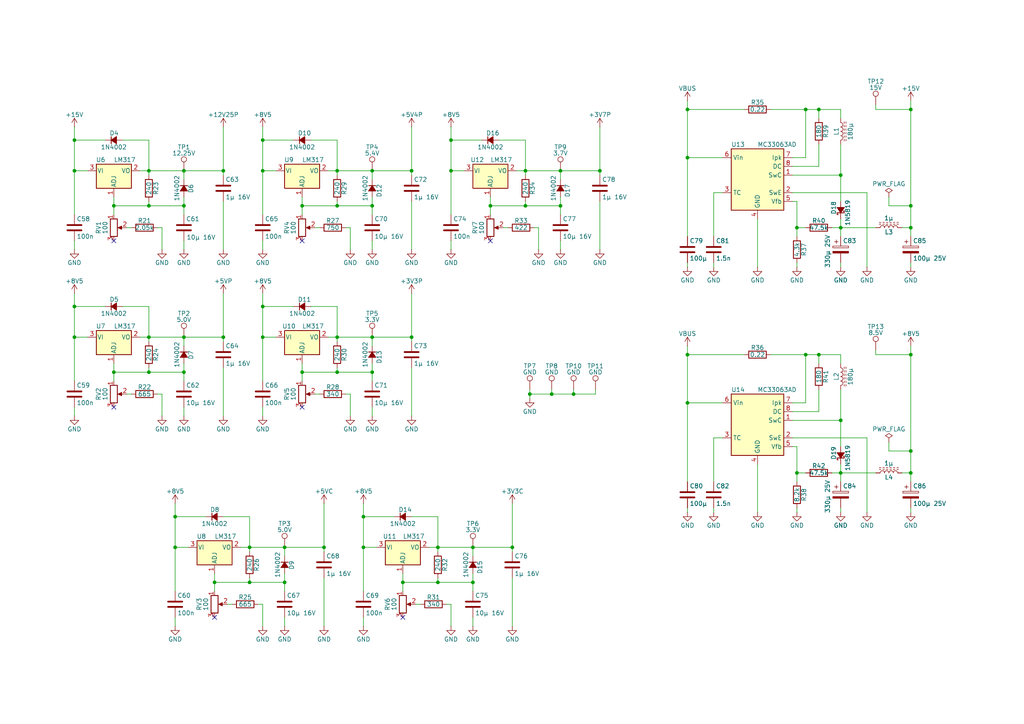
<source format=kicad_sch>
(kicad_sch (version 20231120) (generator "eeschema") (generator_version "8.0")
  (paper "A4")
  (title_block (title "XC17xxx PROM Programmer") (date "2025-01-30") (rev "3") (company "CC-BY-SA-4.0 Michael Singer") (comment 1 "https://github.com/msinger/xc17_prom_prog/") (comment 2 "http://iceboy.a-singer.de/"))
  (junction (at 53.34 97.79))
  (junction (at 142.24 59.69))
  (junction (at 130.81 40.64))
  (junction (at 64.77 97.79))
  (junction (at 199.39 45.72))
  (junction (at 243.84 137.16))
  (junction (at 97.79 107.95))
  (junction (at 76.2 88.9))
  (junction (at 243.84 121.92))
  (junction (at 199.39 31.75))
  (junction (at 233.68 31.75))
  (junction (at 243.84 50.8))
  (junction (at 50.8 149.86))
  (junction (at 127 158.75))
  (junction (at 153.67 114.3))
  (junction (at 76.2 97.79))
  (junction (at 237.49 31.75))
  (junction (at 107.95 59.69))
  (junction (at 107.95 107.95))
  (junction (at 87.63 59.69))
  (junction (at 21.59 49.53))
  (junction (at 62.23 168.91))
  (junction (at 76.2 40.64))
  (junction (at 76.2 49.53))
  (junction (at 21.59 40.64))
  (junction (at 33.02 107.95))
  (junction (at 264.16 130.81))
  (junction (at 72.39 158.75))
  (junction (at 264.16 137.16))
  (junction (at 137.16 168.91))
  (junction (at 21.59 97.79))
  (junction (at 50.8 158.75))
  (junction (at 87.63 107.95))
  (junction (at 148.59 158.75))
  (junction (at 82.55 158.75))
  (junction (at 53.34 59.69))
  (junction (at 97.79 59.69))
  (junction (at 93.98 158.75))
  (junction (at 264.16 59.69))
  (junction (at 160.02 114.3))
  (junction (at 162.56 59.69))
  (junction (at 264.16 102.87))
  (junction (at 21.59 88.9))
  (junction (at 137.16 158.75))
  (junction (at 119.38 97.79))
  (junction (at 43.18 97.79))
  (junction (at 199.39 116.84))
  (junction (at 116.84 168.91))
  (junction (at 243.84 66.04))
  (junction (at 43.18 107.95))
  (junction (at 264.16 31.75))
  (junction (at 166.37 114.3))
  (junction (at 107.95 97.79))
  (junction (at 97.79 97.79))
  (junction (at 130.81 49.53))
  (junction (at 53.34 49.53))
  (junction (at 43.18 49.53))
  (junction (at 237.49 102.87))
  (junction (at 231.14 137.16))
  (junction (at 199.39 102.87))
  (junction (at 152.4 59.69))
  (junction (at 119.38 49.53))
  (junction (at 233.68 102.87))
  (junction (at 107.95 49.53))
  (junction (at 173.99 49.53))
  (junction (at 82.55 168.91))
  (junction (at 43.18 59.69))
  (junction (at 162.56 49.53))
  (junction (at 105.41 149.86))
  (junction (at 127 168.91))
  (junction (at 72.39 168.91))
  (junction (at 33.02 59.69))
  (junction (at 231.14 66.04))
  (junction (at 53.34 107.95))
  (junction (at 105.41 158.75))
  (junction (at 97.79 49.53))
  (junction (at 64.77 49.53))
  (junction (at 264.16 66.04))
  (junction (at 152.4 49.53))
  (no_connect (at 33.02 69.85))
  (no_connect (at 142.24 69.85))
  (no_connect (at 87.63 118.11))
  (no_connect (at 116.84 179.07))
  (no_connect (at 87.63 69.85))
  (no_connect (at 62.23 179.07))
  (no_connect (at 33.02 118.11))
  (wire (pts (xy 152.4 49.53) (xy 162.56 49.53)))
  (wire (pts (xy 237.49 31.75) (xy 237.49 34.29)))
  (wire (pts (xy 97.79 49.53) (xy 107.95 49.53)))
  (wire (pts (xy 231.14 137.16) (xy 231.14 139.7)))
  (wire (pts (xy 101.6 114.3) (xy 100.33 114.3)))
  (wire (pts (xy 107.95 105.41) (xy 107.95 107.95)))
  (wire (pts (xy 172.72 114.3) (xy 166.37 114.3)))
  (wire (pts (xy 30.48 88.9) (xy 21.59 88.9)))
  (wire (pts (xy 160.02 113.03) (xy 160.02 114.3)))
  (wire (pts (xy 87.63 105.41) (xy 87.63 107.95)))
  (wire (pts (xy 50.8 149.86) (xy 50.8 158.75)))
  (wire (pts (xy 257.81 130.81) (xy 264.16 130.81)))
  (wire (pts (xy 64.77 58.42) (xy 64.77 72.39)))
  (wire (pts (xy 229.87 116.84) (xy 233.68 116.84)))
  (wire (pts (xy 97.79 88.9) (xy 97.79 97.79)))
  (wire (pts (xy 43.18 97.79) (xy 53.34 97.79)))
  (wire (pts (xy 233.68 66.04) (xy 231.14 66.04)))
  (wire (pts (xy 199.39 45.72) (xy 199.39 68.58)))
  (wire (pts (xy 35.56 88.9) (xy 43.18 88.9)))
  (wire (pts (xy 207.01 147.32) (xy 207.01 148.59)))
  (wire (pts (xy 172.72 113.03) (xy 172.72 114.3)))
  (wire (pts (xy 251.46 127) (xy 251.46 148.59)))
  (wire (pts (xy 97.79 107.95) (xy 107.95 107.95)))
  (wire (pts (xy 76.2 36.83) (xy 76.2 40.64)))
  (wire (pts (xy 237.49 31.75) (xy 243.84 31.75)))
  (wire (pts (xy 30.48 40.64) (xy 21.59 40.64)))
  (wire (pts (xy 33.02 105.41) (xy 33.02 107.95)))
  (wire (pts (xy 120.65 175.26) (xy 121.92 175.26)))
  (wire (pts (xy 130.81 36.83) (xy 130.81 40.64)))
  (wire (pts (xy 257.81 128.27) (xy 257.81 130.81)))
  (wire (pts (xy 215.9 102.87) (xy 199.39 102.87)))
  (wire (pts (xy 237.49 119.38) (xy 237.49 113.03)))
  (wire (pts (xy 223.52 31.75) (xy 233.68 31.75)))
  (wire (pts (xy 231.14 147.32) (xy 231.14 148.59)))
  (wire (pts (xy 107.95 52.07) (xy 107.95 49.53)))
  (wire (pts (xy 72.39 149.86) (xy 72.39 158.75)))
  (wire (pts (xy 43.18 107.95) (xy 33.02 107.95)))
  (wire (pts (xy 53.34 118.11) (xy 53.34 120.65)))
  (wire (pts (xy 43.18 49.53) (xy 53.34 49.53)))
  (wire (pts (xy 243.84 66.04) (xy 254 66.04)))
  (wire (pts (xy 76.2 40.64) (xy 76.2 49.53)))
  (wire (pts (xy 207.01 76.2) (xy 207.01 77.47)))
  (wire (pts (xy 21.59 36.83) (xy 21.59 40.64)))
  (wire (pts (xy 264.16 66.04) (xy 264.16 68.58)))
  (wire (pts (xy 199.39 116.84) (xy 209.55 116.84)))
  (wire (pts (xy 43.18 97.79) (xy 43.18 99.06)))
  (wire (pts (xy 264.16 59.69) (xy 264.16 66.04)))
  (wire (pts (xy 199.39 116.84) (xy 199.39 139.7)))
  (wire (pts (xy 237.49 102.87) (xy 243.84 102.87)))
  (wire (pts (xy 130.81 49.53) (xy 130.81 62.23)))
  (wire (pts (xy 21.59 97.79) (xy 21.59 110.49)))
  (wire (pts (xy 43.18 49.53) (xy 40.64 49.53)))
  (wire (pts (xy 243.84 41.91) (xy 243.84 50.8)))
  (wire (pts (xy 199.39 31.75) (xy 199.39 45.72)))
  (wire (pts (xy 82.55 168.91) (xy 82.55 171.45)))
  (wire (pts (xy 254 30.48) (xy 254 31.75)))
  (wire (pts (xy 119.38 106.68) (xy 119.38 120.65)))
  (wire (pts (xy 223.52 102.87) (xy 233.68 102.87)))
  (wire (pts (xy 119.38 149.86) (xy 127 149.86)))
  (wire (pts (xy 35.56 40.64) (xy 43.18 40.64)))
  (wire (pts (xy 93.98 158.75) (xy 93.98 160.02)))
  (wire (pts (xy 207.01 55.88) (xy 207.01 68.58)))
  (wire (pts (xy 53.34 57.15) (xy 53.34 59.69)))
  (wire (pts (xy 107.95 49.53) (xy 119.38 49.53)))
  (wire (pts (xy 62.23 166.37) (xy 62.23 168.91)))
  (wire (pts (xy 243.84 50.8) (xy 243.84 58.42)))
  (wire (pts (xy 97.79 40.64) (xy 97.79 49.53)))
  (wire (pts (xy 43.18 107.95) (xy 53.34 107.95)))
  (wire (pts (xy 152.4 49.53) (xy 152.4 50.8)))
  (wire (pts (xy 53.34 100.33) (xy 53.34 97.79)))
  (wire (pts (xy 229.87 127) (xy 251.46 127)))
  (wire (pts (xy 53.34 105.41) (xy 53.34 107.95)))
  (wire (pts (xy 76.2 72.39) (xy 76.2 69.85)))
  (wire (pts (xy 43.18 49.53) (xy 43.18 50.8)))
  (wire (pts (xy 90.17 88.9) (xy 97.79 88.9)))
  (wire (pts (xy 243.84 121.92) (xy 229.87 121.92)))
  (wire (pts (xy 243.84 63.5) (xy 243.84 66.04)))
  (wire (pts (xy 97.79 59.69) (xy 107.95 59.69)))
  (wire (pts (xy 219.71 77.47) (xy 219.71 63.5)))
  (wire (pts (xy 166.37 114.3) (xy 160.02 114.3)))
  (wire (pts (xy 152.4 40.64) (xy 152.4 49.53)))
  (wire (pts (xy 243.84 76.2) (xy 243.84 77.47)))
  (wire (pts (xy 229.87 119.38) (xy 237.49 119.38)))
  (wire (pts (xy 97.79 97.79) (xy 97.79 99.06)))
  (wire (pts (xy 50.8 158.75) (xy 54.61 158.75)))
  (wire (pts (xy 72.39 158.75) (xy 69.85 158.75)))
  (wire (pts (xy 148.59 146.05) (xy 148.59 158.75)))
  (wire (pts (xy 76.2 175.26) (xy 76.2 181.61)))
  (wire (pts (xy 137.16 166.37) (xy 137.16 168.91)))
  (wire (pts (xy 264.16 31.75) (xy 264.16 59.69)))
  (wire (pts (xy 130.81 49.53) (xy 134.62 49.53)))
  (wire (pts (xy 173.99 58.42) (xy 173.99 72.39)))
  (wire (pts (xy 105.41 181.61) (xy 105.41 179.07)))
  (wire (pts (xy 152.4 59.69) (xy 142.24 59.69)))
  (wire (pts (xy 162.56 49.53) (xy 173.99 49.53)))
  (wire (pts (xy 199.39 76.2) (xy 199.39 77.47)))
  (wire (pts (xy 101.6 66.04) (xy 100.33 66.04)))
  (wire (pts (xy 64.77 50.8) (xy 64.77 49.53)))
  (wire (pts (xy 50.8 158.75) (xy 50.8 171.45)))
  (wire (pts (xy 229.87 58.42) (xy 231.14 58.42)))
  (wire (pts (xy 127 168.91) (xy 137.16 168.91)))
  (wire (pts (xy 162.56 69.85) (xy 162.56 72.39)))
  (wire (pts (xy 146.05 66.04) (xy 147.32 66.04)))
  (wire (pts (xy 251.46 55.88) (xy 251.46 77.47)))
  (wire (pts (xy 76.2 85.09) (xy 76.2 88.9)))
  (wire (pts (xy 53.34 107.95) (xy 53.34 110.49)))
  (wire (pts (xy 107.95 100.33) (xy 107.95 97.79)))
  (wire (pts (xy 254 31.75) (xy 264.16 31.75)))
  (wire (pts (xy 162.56 52.07) (xy 162.56 49.53)))
  (wire (pts (xy 233.68 137.16) (xy 231.14 137.16)))
  (wire (pts (xy 237.49 102.87) (xy 237.49 105.41)))
  (wire (pts (xy 21.59 97.79) (xy 25.4 97.79)))
  (wire (pts (xy 243.84 113.03) (xy 243.84 121.92)))
  (wire (pts (xy 137.16 161.29) (xy 137.16 158.75)))
  (wire (pts (xy 72.39 168.91) (xy 62.23 168.91)))
  (wire (pts (xy 215.9 31.75) (xy 199.39 31.75)))
  (wire (pts (xy 33.02 59.69) (xy 33.02 62.23)))
  (wire (pts (xy 233.68 102.87) (xy 237.49 102.87)))
  (wire (pts (xy 46.99 114.3) (xy 45.72 114.3)))
  (wire (pts (xy 173.99 36.83) (xy 173.99 49.53)))
  (wire (pts (xy 64.77 36.83) (xy 64.77 49.53)))
  (wire (pts (xy 127 158.75) (xy 137.16 158.75)))
  (wire (pts (xy 91.44 114.3) (xy 92.71 114.3)))
  (wire (pts (xy 82.55 179.07) (xy 82.55 181.61)))
  (wire (pts (xy 21.59 72.39) (xy 21.59 69.85)))
  (wire (pts (xy 264.16 76.2) (xy 264.16 77.47)))
  (wire (pts (xy 137.16 158.75) (xy 148.59 158.75)))
  (wire (pts (xy 243.84 66.04) (xy 243.84 68.58)))
  (wire (pts (xy 53.34 49.53) (xy 64.77 49.53)))
  (wire (pts (xy 62.23 168.91) (xy 62.23 171.45)))
  (wire (pts (xy 257.81 57.15) (xy 257.81 59.69)))
  (wire (pts (xy 127 149.86) (xy 127 158.75)))
  (wire (pts (xy 105.41 158.75) (xy 105.41 171.45)))
  (wire (pts (xy 156.21 66.04) (xy 154.94 66.04)))
  (wire (pts (xy 229.87 45.72) (xy 233.68 45.72)))
  (wire (pts (xy 59.69 149.86) (xy 50.8 149.86)))
  (wire (pts (xy 64.77 85.09) (xy 64.77 97.79)))
  (wire (pts (xy 107.95 69.85) (xy 107.95 72.39)))
  (wire (pts (xy 257.81 59.69) (xy 264.16 59.69)))
  (wire (pts (xy 207.01 127) (xy 207.01 139.7)))
  (wire (pts (xy 72.39 158.75) (xy 82.55 158.75)))
  (wire (pts (xy 76.2 175.26) (xy 74.93 175.26)))
  (wire (pts (xy 21.59 85.09) (xy 21.59 88.9)))
  (wire (pts (xy 85.09 40.64) (xy 76.2 40.64)))
  (wire (pts (xy 53.34 97.79) (xy 64.77 97.79)))
  (wire (pts (xy 119.38 99.06) (xy 119.38 97.79)))
  (wire (pts (xy 127 167.64) (xy 127 168.91)))
  (wire (pts (xy 33.02 57.15) (xy 33.02 59.69)))
  (wire (pts (xy 43.18 88.9) (xy 43.18 97.79)))
  (wire (pts (xy 199.39 29.21) (xy 199.39 31.75)))
  (wire (pts (xy 153.67 114.3) (xy 153.67 113.03)))
  (wire (pts (xy 243.84 66.04) (xy 241.3 66.04)))
  (wire (pts (xy 233.68 45.72) (xy 233.68 31.75)))
  (wire (pts (xy 233.68 31.75) (xy 237.49 31.75)))
  (wire (pts (xy 72.39 168.91) (xy 82.55 168.91)))
  (wire (pts (xy 107.95 59.69) (xy 107.95 62.23)))
  (wire (pts (xy 137.16 179.07) (xy 137.16 181.61)))
  (wire (pts (xy 97.79 49.53) (xy 95.25 49.53)))
  (wire (pts (xy 243.84 50.8) (xy 229.87 50.8)))
  (wire (pts (xy 82.55 166.37) (xy 82.55 168.91)))
  (wire (pts (xy 130.81 175.26) (xy 129.54 175.26)))
  (wire (pts (xy 261.62 66.04) (xy 264.16 66.04)))
  (wire (pts (xy 144.78 40.64) (xy 152.4 40.64)))
  (wire (pts (xy 166.37 113.03) (xy 166.37 114.3)))
  (wire (pts (xy 76.2 49.53) (xy 80.01 49.53)))
  (wire (pts (xy 148.59 160.02) (xy 148.59 158.75)))
  (wire (pts (xy 107.95 57.15) (xy 107.95 59.69)))
  (wire (pts (xy 243.84 137.16) (xy 254 137.16)))
  (wire (pts (xy 97.79 49.53) (xy 97.79 50.8)))
  (wire (pts (xy 243.84 147.32) (xy 243.84 148.59)))
  (wire (pts (xy 97.79 97.79) (xy 95.25 97.79)))
  (wire (pts (xy 130.81 72.39) (xy 130.81 69.85)))
  (wire (pts (xy 127 158.75) (xy 124.46 158.75)))
  (wire (pts (xy 97.79 106.68) (xy 97.79 107.95)))
  (wire (pts (xy 219.71 148.59) (xy 219.71 134.62)))
  (wire (pts (xy 21.59 49.53) (xy 21.59 62.23)))
  (wire (pts (xy 264.16 137.16) (xy 264.16 139.7)))
  (wire (pts (xy 231.14 58.42) (xy 231.14 66.04)))
  (wire (pts (xy 243.84 34.29) (xy 243.84 31.75)))
  (wire (pts (xy 231.14 76.2) (xy 231.14 77.47)))
  (wire (pts (xy 21.59 40.64) (xy 21.59 49.53)))
  (wire (pts (xy 43.18 106.68) (xy 43.18 107.95)))
  (wire (pts (xy 243.84 105.41) (xy 243.84 102.87)))
  (wire (pts (xy 21.59 88.9) (xy 21.59 97.79)))
  (wire (pts (xy 229.87 129.54) (xy 231.14 129.54)))
  (wire (pts (xy 243.84 137.16) (xy 241.3 137.16)))
  (wire (pts (xy 36.83 114.3) (xy 38.1 114.3)))
  (wire (pts (xy 87.63 107.95) (xy 87.63 110.49)))
  (wire (pts (xy 76.2 88.9) (xy 76.2 97.79)))
  (wire (pts (xy 199.39 45.72) (xy 209.55 45.72)))
  (wire (pts (xy 243.84 121.92) (xy 243.84 129.54)))
  (wire (pts (xy 97.79 97.79) (xy 107.95 97.79)))
  (wire (pts (xy 64.77 149.86) (xy 72.39 149.86)))
  (wire (pts (xy 90.17 40.64) (xy 97.79 40.64)))
  (wire (pts (xy 87.63 59.69) (xy 87.63 62.23)))
  (wire (pts (xy 116.84 168.91) (xy 116.84 171.45)))
  (wire (pts (xy 116.84 166.37) (xy 116.84 168.91)))
  (wire (pts (xy 199.39 147.32) (xy 199.39 148.59)))
  (wire (pts (xy 43.18 58.42) (xy 43.18 59.69)))
  (wire (pts (xy 233.68 116.84) (xy 233.68 102.87)))
  (wire (pts (xy 119.38 50.8) (xy 119.38 49.53)))
  (wire (pts (xy 130.81 175.26) (xy 130.81 181.61)))
  (wire (pts (xy 76.2 97.79) (xy 76.2 110.49)))
  (wire (pts (xy 119.38 58.42) (xy 119.38 72.39)))
  (wire (pts (xy 119.38 36.83) (xy 119.38 49.53)))
  (wire (pts (xy 254 101.6) (xy 254 102.87)))
  (wire (pts (xy 50.8 146.05) (xy 50.8 149.86)))
  (wire (pts (xy 114.3 149.86) (xy 105.41 149.86)))
  (wire (pts (xy 199.39 102.87) (xy 199.39 116.84)))
  (wire (pts (xy 107.95 107.95) (xy 107.95 110.49)))
  (wire (pts (xy 229.87 48.26) (xy 237.49 48.26)))
  (wire (pts (xy 93.98 146.05) (xy 93.98 158.75)))
  (wire (pts (xy 162.56 59.69) (xy 162.56 62.23)))
  (wire (pts (xy 243.84 134.62) (xy 243.84 137.16)))
  (wire (pts (xy 264.16 102.87) (xy 264.16 130.81)))
  (wire (pts (xy 82.55 158.75) (xy 93.98 158.75)))
  (wire (pts (xy 72.39 158.75) (xy 72.39 160.02)))
  (wire (pts (xy 209.55 127) (xy 207.01 127)))
  (wire (pts (xy 261.62 137.16) (xy 264.16 137.16)))
  (wire (pts (xy 105.41 146.05) (xy 105.41 149.86)))
  (wire (pts (xy 97.79 59.69) (xy 87.63 59.69)))
  (wire (pts (xy 85.09 88.9) (xy 76.2 88.9)))
  (wire (pts (xy 105.41 158.75) (xy 109.22 158.75)))
  (wire (pts (xy 76.2 49.53) (xy 76.2 62.23)))
  (wire (pts (xy 76.2 120.65) (xy 76.2 118.11)))
  (wire (pts (xy 107.95 97.79) (xy 119.38 97.79)))
  (wire (pts (xy 264.16 100.33) (xy 264.16 102.87)))
  (wire (pts (xy 264.16 130.81) (xy 264.16 137.16)))
  (wire (pts (xy 156.21 66.04) (xy 156.21 72.39)))
  (wire (pts (xy 148.59 167.64) (xy 148.59 181.61)))
  (wire (pts (xy 101.6 66.04) (xy 101.6 72.39)))
  (wire (pts (xy 231.14 129.54) (xy 231.14 137.16)))
  (wire (pts (xy 21.59 49.53) (xy 25.4 49.53)))
  (wire (pts (xy 152.4 49.53) (xy 149.86 49.53)))
  (wire (pts (xy 64.77 99.06) (xy 64.77 97.79)))
  (wire (pts (xy 153.67 115.57) (xy 153.67 114.3)))
  (wire (pts (xy 137.16 168.91) (xy 137.16 171.45)))
  (wire (pts (xy 43.18 59.69) (xy 33.02 59.69)))
  (wire (pts (xy 93.98 167.64) (xy 93.98 181.61)))
  (wire (pts (xy 46.99 66.04) (xy 45.72 66.04)))
  (wire (pts (xy 160.02 114.3) (xy 153.67 114.3)))
  (wire (pts (xy 127 168.91) (xy 116.84 168.91)))
  (wire (pts (xy 139.7 40.64) (xy 130.81 40.64)))
  (wire (pts (xy 264.16 29.21) (xy 264.16 31.75)))
  (wire (pts (xy 53.34 59.69) (xy 53.34 62.23)))
  (wire (pts (xy 243.84 137.16) (xy 243.84 139.7)))
  (wire (pts (xy 36.83 66.04) (xy 38.1 66.04)))
  (wire (pts (xy 152.4 58.42) (xy 152.4 59.69)))
  (wire (pts (xy 33.02 107.95) (xy 33.02 110.49)))
  (wire (pts (xy 97.79 107.95) (xy 87.63 107.95)))
  (wire (pts (xy 229.87 55.88) (xy 251.46 55.88)))
  (wire (pts (xy 43.18 40.64) (xy 43.18 49.53)))
  (wire (pts (xy 66.04 175.26) (xy 67.31 175.26)))
  (wire (pts (xy 254 102.87) (xy 264.16 102.87)))
  (wire (pts (xy 152.4 59.69) (xy 162.56 59.69)))
  (wire (pts (xy 21.59 120.65) (xy 21.59 118.11)))
  (wire (pts (xy 231.14 66.04) (xy 231.14 68.58)))
  (wire (pts (xy 130.81 40.64) (xy 130.81 49.53)))
  (wire (pts (xy 53.34 69.85) (xy 53.34 72.39)))
  (wire (pts (xy 237.49 48.26) (xy 237.49 41.91)))
  (wire (pts (xy 119.38 85.09) (xy 119.38 97.79)))
  (wire (pts (xy 173.99 50.8) (xy 173.99 49.53)))
  (wire (pts (xy 142.24 59.69) (xy 142.24 62.23)))
  (wire (pts (xy 43.18 59.69) (xy 53.34 59.69)))
  (wire (pts (xy 101.6 114.3) (xy 101.6 120.65)))
  (wire (pts (xy 199.39 100.33) (xy 199.39 102.87)))
  (wire (pts (xy 82.55 161.29) (xy 82.55 158.75)))
  (wire (pts (xy 127 158.75) (xy 127 160.02)))
  (wire (pts (xy 107.95 118.11) (xy 107.95 120.65)))
  (wire (pts (xy 162.56 57.15) (xy 162.56 59.69)))
  (wire (pts (xy 264.16 147.32) (xy 264.16 148.59)))
  (wire (pts (xy 142.24 57.15) (xy 142.24 59.69)))
  (wire (pts (xy 209.55 55.88) (xy 207.01 55.88)))
  (wire (pts (xy 46.99 66.04) (xy 46.99 72.39)))
  (wire (pts (xy 72.39 167.64) (xy 72.39 168.91)))
  (wire (pts (xy 46.99 114.3) (xy 46.99 120.65)))
  (wire (pts (xy 43.18 97.79) (xy 40.64 97.79)))
  (wire (pts (xy 97.79 58.42) (xy 97.79 59.69)))
  (wire (pts (xy 87.63 57.15) (xy 87.63 59.69)))
  (wire (pts (xy 76.2 97.79) (xy 80.01 97.79)))
  (wire (pts (xy 64.77 106.68) (xy 64.77 120.65)))
  (wire (pts (xy 91.44 66.04) (xy 92.71 66.04)))
  (wire (pts (xy 50.8 181.61) (xy 50.8 179.07)))
  (wire (pts (xy 53.34 52.07) (xy 53.34 49.53)))
  (wire (pts (xy 105.41 149.86) (xy 105.41 158.75)))
  (symbol (lib_id "Connector:TestPoint") (at 53.34 97.79 0) (unit 1)
    (property "Reference" "TP2" (at 53.34 90.932 0))
    (property "Value" "5.0V" (at 53.34 92.71 0))
    (property "Footprint" "TestPoint:TestPoint_Keystone_5010-5014_Multipurpose" (effects (hide yes)))
    (property "Description" "test point" (effects (hide yes)))
  )
  (symbol (lib_id "power:GND") (at 148.59 181.61 0) (unit 1)
    (property "Reference" "#PWR080" (effects (hide yes)))
    (property "Value" "GND" (at 148.59 185.42 0))
    (property "Description" "Power symbol creates a global label with name \"GND\" , ground" (effects (hide yes)))
  )
  (symbol (lib_id "power:GND") (at 231.14 148.59 0) (unit 1)
    (property "Reference" "#PWR095" (effects (hide yes)))
    (property "Value" "GND" (at 231.14 152.4 0))
    (property "Description" "Power symbol creates a global label with name \"GND\" , ground" (effects (hide yes)))
  )
  (symbol (lib_id "Regulator_Linear:LM317_SOT-223") (at 87.63 97.79 0) (unit 1)
    (property "Reference" "U10" (at 83.82 94.615 0))
    (property "Value" "LM317" (at 87.63 94.615 0) (effects (justify left)))
    (property "Footprint" "Package_TO_SOT_SMD:SOT-223-3_TabPin2" (effects (hide yes)))
    (property "Datasheet" "http://www.ti.com/lit/ds/symlink/lm317.pdf" (effects (hide yes)))
    (property "Description" "1.5A 35V Adjustable Linear Regulator, SOT-223" (effects (hide yes)))
  )
  (symbol (lib_id "power:VCC") (at 64.77 36.83 0) (unit 1)
    (property "Reference" "#PWR053" (effects (hide yes)))
    (property "Value" "+12V25P" (at 64.77 33.274 0))
    (property "Description" "Power symbol creates a global label with name \"VCC\"" (effects (hide yes)))
  )
  (symbol (lib_id "Regulator_Linear:LM317_SOT-223") (at 142.24 49.53 0) (unit 1)
    (property "Reference" "U12" (at 138.43 46.355 0))
    (property "Value" "LM317" (at 142.24 46.355 0) (effects (justify left)))
    (property "Footprint" "Package_TO_SOT_SMD:SOT-223-3_TabPin2" (effects (hide yes)))
    (property "Datasheet" "http://www.ti.com/lit/ds/symlink/lm317.pdf" (effects (hide yes)))
    (property "Description" "1.5A 35V Adjustable Linear Regulator, SOT-223" (effects (hide yes)))
  )
  (symbol (lib_id "Connector:TestPoint") (at 82.55 158.75 0) (unit 1)
    (property "Reference" "TP3" (at 82.55 151.892 0))
    (property "Value" "5.0V" (at 82.55 153.67 0))
    (property "Footprint" "TestPoint:TestPoint_Keystone_5010-5014_Multipurpose" (effects (hide yes)))
    (property "Description" "test point" (effects (hide yes)))
  )
  (symbol (lib_id "power:VCC") (at 264.16 100.33 0) (unit 1)
    (property "Reference" "#PWR0102" (effects (hide yes)))
    (property "Value" "+8V5" (at 264.16 96.774 0))
    (property "Description" "Power symbol creates a global label with name \"VCC\"" (effects (hide yes)))
  )
  (symbol (lib_id "Device:R") (at 151.13 66.04 90) (unit 1)
    (property "Reference" "R33" (at 151.13 64.008 90))
    (property "Value" "422" (at 151.13 66.04 90))
    (property "Footprint" "Resistor_SMD:R_0603_1608Metric" (effects (hide yes)))
    (property "Description" "Resistor" (effects (hide yes)))
  )
  (symbol (lib_id "Device:D_Small_Filled") (at 82.55 163.83 270) (unit 1)
    (property "Reference" "D9" (at 84.582 162.56 0) (effects (justify left)))
    (property "Value" "1N4002" (at 80.518 160.02 0) (effects (justify left)))
    (property "Footprint" "Diode_SMD:D_MELF" (effects (hide yes)))
    (property "Description" "Diode, small symbol, filled shape" (effects (hide yes)))
    (property "Sim.Device" "D" (effects (hide yes)))
    (property "Sim.Pins" "1=K 2=A" (effects (hide yes)))
  )
  (symbol (lib_id "Device:D_Small_Filled") (at 137.16 163.83 270) (unit 1)
    (property "Reference" "D15" (at 139.192 162.56 0) (effects (justify left)))
    (property "Value" "1N4002" (at 135.128 160.02 0) (effects (justify left)))
    (property "Footprint" "Diode_SMD:D_MELF" (effects (hide yes)))
    (property "Description" "Diode, small symbol, filled shape" (effects (hide yes)))
    (property "Sim.Device" "D" (effects (hide yes)))
    (property "Sim.Pins" "1=K 2=A" (effects (hide yes)))
  )
  (symbol (lib_id "power:GND") (at 137.16 181.61 0) (unit 1)
    (property "Reference" "#PWR078" (effects (hide yes)))
    (property "Value" "GND" (at 137.16 185.42 0))
    (property "Description" "Power symbol creates a global label with name \"GND\" , ground" (effects (hide yes)))
  )
  (symbol (lib_id "Device:C") (at 119.38 102.87 0) (unit 1)
    (property "Reference" "C73" (at 120.015 100.33 0) (effects (justify left)))
    (property "Value" "1µ 16V" (at 120.015 105.41 0) (effects (justify left)))
    (property "Footprint" "Capacitor_SMD:C_0603_1608Metric" (effects (hide yes)))
    (property "Description" "Unpolarized capacitor" (effects (hide yes)))
  )
  (symbol (lib_id "Device:C") (at 76.2 66.04 0) (unit 1)
    (property "Reference" "C65" (at 76.835 63.5 0) (effects (justify left)))
    (property "Value" "100n" (at 76.835 68.58 0) (effects (justify left)))
    (property "Footprint" "Capacitor_SMD:C_0603_1608Metric" (effects (hide yes)))
    (property "Description" "Unpolarized capacitor" (effects (hide yes)))
  )
  (symbol (lib_id "Device:C") (at 173.99 54.61 0) (unit 1)
    (property "Reference" "C78" (at 174.625 52.07 0) (effects (justify left)))
    (property "Value" "1µ 16V" (at 174.625 57.15 0) (effects (justify left)))
    (property "Footprint" "Capacitor_SMD:C_0603_1608Metric" (effects (hide yes)))
    (property "Description" "Unpolarized capacitor" (effects (hide yes)))
  )
  (symbol (lib_id "power:GND") (at 264.16 148.59 0) (unit 1)
    (property "Reference" "#PWR0103" (effects (hide yes)))
    (property "Value" "GND" (at 264.16 152.4 0))
    (property "Description" "Power symbol creates a global label with name \"GND\" , ground" (effects (hide yes)))
  )
  (symbol (lib_id "power:VBUS") (at 199.39 100.33 0) (unit 1)
    (property "Reference" "#PWR088" (effects (hide yes)))
    (property "Value" "VBUS" (at 199.39 96.774 0))
    (property "Description" "Power symbol creates a global label with name \"VBUS\"" (effects (hide yes)))
  )
  (symbol (lib_id "power:GND") (at 107.95 120.65 0) (unit 1)
    (property "Reference" "#PWR070" (effects (hide yes)))
    (property "Value" "GND" (at 107.95 124.46 0))
    (property "Description" "Power symbol creates a global label with name \"GND\" , ground" (effects (hide yes)))
  )
  (symbol (lib_id "power:GND") (at 21.59 72.39 0) (unit 1)
    (property "Reference" "#PWR044" (effects (hide yes)))
    (property "Value" "GND" (at 21.59 76.2 0))
    (property "Description" "Power symbol creates a global label with name \"GND\" , ground" (effects (hide yes)))
  )
  (symbol (lib_id "Device:C") (at 64.77 102.87 0) (unit 1)
    (property "Reference" "C64" (at 65.405 100.33 0) (effects (justify left)))
    (property "Value" "1µ 16V" (at 65.405 105.41 0) (effects (justify left)))
    (property "Footprint" "Capacitor_SMD:C_0603_1608Metric" (effects (hide yes)))
    (property "Description" "Unpolarized capacitor" (effects (hide yes)))
  )
  (symbol (lib_id "Device:R") (at 43.18 54.61 0) (unit 1)
    (property "Reference" "R23" (at 45.212 54.61 90))
    (property "Value" "240" (at 43.18 54.61 90))
    (property "Footprint" "Resistor_SMD:R_0603_1608Metric" (effects (hide yes)))
    (property "Description" "Resistor" (effects (hide yes)))
  )
  (symbol (lib_id "Device:C") (at 148.59 163.83 0) (unit 1)
    (property "Reference" "C76" (at 149.225 161.29 0) (effects (justify left)))
    (property "Value" "1µ 16V" (at 149.225 166.37 0) (effects (justify left)))
    (property "Footprint" "Capacitor_SMD:C_0603_1608Metric" (effects (hide yes)))
    (property "Description" "Unpolarized capacitor" (effects (hide yes)))
  )
  (symbol (lib_id "power:GND") (at 53.34 72.39 0) (unit 1)
    (property "Reference" "#PWR051" (effects (hide yes)))
    (property "Value" "GND" (at 53.34 76.2 0))
    (property "Description" "Power symbol creates a global label with name \"GND\" , ground" (effects (hide yes)))
  )
  (symbol (lib_id "power:GND") (at 173.99 72.39 0) (unit 1)
    (property "Reference" "#PWR085" (effects (hide yes)))
    (property "Value" "GND" (at 173.99 76.2 0))
    (property "Description" "Power symbol creates a global label with name \"GND\" , ground" (effects (hide yes)))
  )
  (symbol (lib_id "power:GND") (at 64.77 72.39 0) (unit 1)
    (property "Reference" "#PWR054" (effects (hide yes)))
    (property "Value" "GND" (at 64.77 76.2 0))
    (property "Description" "Power symbol creates a global label with name \"GND\" , ground" (effects (hide yes)))
  )
  (symbol (lib_id "power:VCC") (at 76.2 85.09 0) (unit 1)
    (property "Reference" "#PWR059" (effects (hide yes)))
    (property "Value" "+8V5" (at 76.2 81.534 0))
    (property "Description" "Power symbol creates a global label with name \"VCC\"" (effects (hide yes)))
  )
  (symbol (lib_id "Device:R") (at 41.91 114.3 90) (unit 1)
    (property "Reference" "R22" (at 41.91 112.268 90))
    (property "Value" "665" (at 41.91 114.3 90))
    (property "Footprint" "Resistor_SMD:R_0603_1608Metric" (effects (hide yes)))
    (property "Description" "Resistor" (effects (hide yes)))
  )
  (symbol (lib_id "Connector:TestPoint") (at 166.37 113.03 0) (unit 1)
    (property "Reference" "TP10" (at 166.37 106.172 0))
    (property "Value" "GND" (at 166.37 107.95 0))
    (property "Footprint" "TestPoint:TestPoint_Keystone_5010-5014_Multipurpose" (effects (hide yes)))
    (property "Description" "test point" (effects (hide yes)))
  )
  (symbol (lib_id "Device:R") (at 219.71 102.87 90) (unit 1)
    (property "Reference" "R36" (at 219.71 100.838 90))
    (property "Value" "0.22" (at 219.71 102.87 90))
    (property "Footprint" "Resistor_SMD:R_2512_6332Metric" (effects (hide yes)))
    (property "Description" "Resistor" (effects (hide yes)))
  )
  (symbol (lib_id "Device:R_Potentiometer") (at 62.23 175.26 0) (unit 1)
    (property "Reference" "RV3" (at 57.785 175.26 90))
    (property "Value" "100" (at 59.69 175.26 90))
    (property "Footprint" "Potentiometer_THT:Potentiometer_Bourns_3296W_Vertical" (effects (hide yes)))
    (property "Description" "Potentiometer" (effects (hide yes)))
  )
  (symbol (lib_id "power:GND") (at 219.71 148.59 0) (unit 1)
    (property "Reference" "#PWR093" (effects (hide yes)))
    (property "Value" "GND" (at 219.71 152.4 0))
    (property "Description" "Power symbol creates a global label with name \"GND\" , ground" (effects (hide yes)))
  )
  (symbol (lib_id "Device:D_Small_Filled") (at 107.95 102.87 270) (unit 1)
    (property "Reference" "D13" (at 109.982 101.6 0) (effects (justify left)))
    (property "Value" "1N4002" (at 105.918 99.06 0) (effects (justify left)))
    (property "Footprint" "Diode_SMD:D_MELF" (effects (hide yes)))
    (property "Description" "Diode, small symbol, filled shape" (effects (hide yes)))
    (property "Sim.Device" "D" (effects (hide yes)))
    (property "Sim.Pins" "1=K 2=A" (effects (hide yes)))
  )
  (symbol (lib_id "Connector:TestPoint") (at 107.95 97.79 0) (unit 1)
    (property "Reference" "TP5" (at 107.95 90.932 0))
    (property "Value" "3.3V" (at 107.95 92.71 0))
    (property "Footprint" "TestPoint:TestPoint_Keystone_5010-5014_Multipurpose" (effects (hide yes)))
    (property "Description" "test point" (effects (hide yes)))
  )
  (symbol (lib_id "power:VCC") (at 21.59 85.09 0) (unit 1)
    (property "Reference" "#PWR045" (effects (hide yes)))
    (property "Value" "+8V5" (at 21.59 81.534 0))
    (property "Description" "Power symbol creates a global label with name \"VCC\"" (effects (hide yes)))
  )
  (symbol (lib_id "power:GND") (at 101.6 72.39 0) (unit 1)
    (property "Reference" "#PWR065" (effects (hide yes)))
    (property "Value" "GND" (at 101.6 76.2 0))
    (property "Description" "Power symbol creates a global label with name \"GND\" , ground" (effects (hide yes)))
  )
  (symbol (lib_id "power:GND") (at 76.2 120.65 0) (unit 1)
    (property "Reference" "#PWR060" (effects (hide yes)))
    (property "Value" "GND" (at 76.2 124.46 0))
    (property "Description" "Power symbol creates a global label with name \"GND\" , ground" (effects (hide yes)))
  )
  (symbol (lib_id "power:GND") (at 119.38 72.39 0) (unit 1)
    (property "Reference" "#PWR072" (effects (hide yes)))
    (property "Value" "GND" (at 119.38 76.2 0))
    (property "Description" "Power symbol creates a global label with name \"GND\" , ground" (effects (hide yes)))
  )
  (symbol (lib_id "Device:C") (at 199.39 143.51 0) (unit 1)
    (property "Reference" "C80" (at 200.025 140.97 0) (effects (justify left)))
    (property "Value" "100µ" (at 200.025 146.05 0) (effects (justify left)))
    (property "Footprint" "Capacitor_SMD:C_1206_3216Metric" (effects (hide yes)))
    (property "Description" "Unpolarized capacitor" (effects (hide yes)))
  )
  (symbol (lib_id "Device:R") (at 237.49 38.1 0) (unit 1)
    (property "Reference" "R39" (at 239.522 38.1 90))
    (property "Value" "180" (at 237.49 38.1 90))
    (property "Footprint" "Resistor_SMD:R_0603_1608Metric" (effects (hide yes)))
    (property "Description" "Resistor" (effects (hide yes)))
  )
  (symbol (lib_id "power:VCC") (at 64.77 85.09 0) (unit 1)
    (property "Reference" "#PWR055" (effects (hide yes)))
    (property "Value" "+5VP" (at 64.77 81.534 0))
    (property "Description" "Power symbol creates a global label with name \"VCC\"" (effects (hide yes)))
  )
  (symbol (lib_id "Connector:TestPoint") (at 153.67 113.03 0) (unit 1)
    (property "Reference" "TP7" (at 153.67 106.172 0))
    (property "Value" "GND" (at 153.67 107.95 0))
    (property "Footprint" "TestPoint:TestPoint_Keystone_5010-5014_Multipurpose" (effects (hide yes)))
    (property "Description" "test point" (effects (hide yes)))
  )
  (symbol (lib_id "Regulator_Linear:LM317_SOT-223") (at 62.23 158.75 0) (unit 1)
    (property "Reference" "U8" (at 58.42 155.575 0))
    (property "Value" "LM317" (at 62.23 155.575 0) (effects (justify left)))
    (property "Footprint" "Package_TO_SOT_SMD:SOT-223-3_TabPin2" (effects (hide yes)))
    (property "Datasheet" "http://www.ti.com/lit/ds/symlink/lm317.pdf" (effects (hide yes)))
    (property "Description" "1.5A 35V Adjustable Linear Regulator, SOT-223" (effects (hide yes)))
  )
  (symbol (lib_id "power:GND") (at 264.16 77.47 0) (unit 1)
    (property "Reference" "#PWR0101" (effects (hide yes)))
    (property "Value" "GND" (at 264.16 81.28 0))
    (property "Description" "Power symbol creates a global label with name \"GND\" , ground" (effects (hide yes)))
  )
  (symbol (lib_id "Regulator_Linear:LM317_SOT-223") (at 87.63 49.53 0) (unit 1)
    (property "Reference" "U9" (at 83.82 46.355 0))
    (property "Value" "LM317" (at 87.63 46.355 0) (effects (justify left)))
    (property "Footprint" "Package_TO_SOT_SMD:SOT-223-3_TabPin2" (effects (hide yes)))
    (property "Datasheet" "http://www.ti.com/lit/ds/symlink/lm317.pdf" (effects (hide yes)))
    (property "Description" "1.5A 35V Adjustable Linear Regulator, SOT-223" (effects (hide yes)))
  )
  (symbol (lib_id "Device:C") (at 137.16 175.26 0) (unit 1)
    (property "Reference" "C75" (at 137.795 172.72 0) (effects (justify left)))
    (property "Value" "10µ 16V" (at 137.795 177.8 0) (effects (justify left)))
    (property "Footprint" "Capacitor_SMD:C_1206_3216Metric" (effects (hide yes)))
    (property "Description" "Unpolarized capacitor" (effects (hide yes)))
  )
  (symbol (lib_id "power:GND") (at 243.84 148.59 0) (unit 1)
    (property "Reference" "#PWR097" (effects (hide yes)))
    (property "Value" "GND" (at 243.84 152.4 0))
    (property "Description" "Power symbol creates a global label with name \"GND\" , ground" (effects (hide yes)))
  )
  (symbol (lib_id "Device:C") (at 64.77 54.61 0) (unit 1)
    (property "Reference" "C63" (at 65.405 52.07 0) (effects (justify left)))
    (property "Value" "1µ 16V" (at 65.405 57.15 0) (effects (justify left)))
    (property "Footprint" "Capacitor_SMD:C_0603_1608Metric" (effects (hide yes)))
    (property "Description" "Unpolarized capacitor" (effects (hide yes)))
  )
  (symbol (lib_id "Device:C") (at 119.38 54.61 0) (unit 1)
    (property "Reference" "C72" (at 120.015 52.07 0) (effects (justify left)))
    (property "Value" "1µ 16V" (at 120.015 57.15 0) (effects (justify left)))
    (property "Footprint" "Capacitor_SMD:C_0603_1608Metric" (effects (hide yes)))
    (property "Description" "Unpolarized capacitor" (effects (hide yes)))
  )
  (symbol (lib_id "Device:C_Polarized") (at 243.84 143.51 0) (unit 1)
    (property "Reference" "C84" (at 244.475 140.97 0) (effects (justify left)))
    (property "Value" "330µ 25V" (at 240.03 148.844 90) (effects (justify left)))
    (property "Footprint" "Capacitor_SMD:CP_Elec_8x10.5" (effects (hide yes)))
    (property "Description" "Polarized capacitor" (effects (hide yes)))
  )
  (symbol (lib_id "Device:D_Small_Filled") (at 107.95 54.61 270) (unit 1)
    (property "Reference" "D12" (at 109.982 53.34 0) (effects (justify left)))
    (property "Value" "1N4002" (at 105.918 50.8 0) (effects (justify left)))
    (property "Footprint" "Diode_SMD:D_MELF" (effects (hide yes)))
    (property "Description" "Diode, small symbol, filled shape" (effects (hide yes)))
    (property "Sim.Device" "D" (effects (hide yes)))
    (property "Sim.Pins" "1=K 2=A" (effects (hide yes)))
  )
  (symbol (lib_id "power:GND") (at 199.39 148.59 0) (unit 1)
    (property "Reference" "#PWR089" (effects (hide yes)))
    (property "Value" "GND" (at 199.39 152.4 0))
    (property "Description" "Power symbol creates a global label with name \"GND\" , ground" (effects (hide yes)))
  )
  (symbol (lib_id "Device:C") (at 105.41 175.26 0) (unit 1)
    (property "Reference" "C69" (at 106.045 172.72 0) (effects (justify left)))
    (property "Value" "100n" (at 106.045 177.8 0) (effects (justify left)))
    (property "Footprint" "Capacitor_SMD:C_0603_1608Metric" (effects (hide yes)))
    (property "Description" "Unpolarized capacitor" (effects (hide yes)))
  )
  (symbol (lib_id "power:GND") (at 207.01 77.47 0) (unit 1)
    (property "Reference" "#PWR090" (effects (hide yes)))
    (property "Value" "GND" (at 207.01 81.28 0))
    (property "Description" "Power symbol creates a global label with name \"GND\" , ground" (effects (hide yes)))
  )
  (symbol (lib_id "Device:C") (at 207.01 72.39 0) (unit 1)
    (property "Reference" "C81" (at 207.645 69.85 0) (effects (justify left)))
    (property "Value" "1.5n" (at 207.645 74.93 0) (effects (justify left)))
    (property "Footprint" "Capacitor_SMD:C_0603_1608Metric" (effects (hide yes)))
    (property "Description" "Unpolarized capacitor" (effects (hide yes)))
  )
  (symbol (lib_id "Device:C_Polarized") (at 243.84 72.39 0) (unit 1)
    (property "Reference" "C83" (at 244.475 69.85 0) (effects (justify left)))
    (property "Value" "330µ 25V" (at 240.03 77.724 90) (effects (justify left)))
    (property "Footprint" "Capacitor_SMD:CP_Elec_8x10.5" (effects (hide yes)))
    (property "Description" "Polarized capacitor" (effects (hide yes)))
  )
  (symbol (lib_id "power:GND") (at 251.46 148.59 0) (unit 1)
    (property "Reference" "#PWR099" (effects (hide yes)))
    (property "Value" "GND" (at 251.46 152.4 0))
    (property "Description" "Power symbol creates a global label with name \"GND\" , ground" (effects (hide yes)))
  )
  (symbol (lib_id "power:GND") (at 119.38 120.65 0) (unit 1)
    (property "Reference" "#PWR074" (effects (hide yes)))
    (property "Value" "GND" (at 119.38 124.46 0))
    (property "Description" "Power symbol creates a global label with name \"GND\" , ground" (effects (hide yes)))
  )
  (symbol (lib_id "power:VCC") (at 93.98 146.05 0) (unit 1)
    (property "Reference" "#PWR063" (effects (hide yes)))
    (property "Value" "+5VC" (at 93.98 142.494 0))
    (property "Description" "Power symbol creates a global label with name \"VCC\"" (effects (hide yes)))
  )
  (symbol (lib_id "Device:R") (at 237.49 109.22 0) (unit 1)
    (property "Reference" "R41" (at 239.522 109.22 90))
    (property "Value" "180" (at 237.49 109.22 90))
    (property "Footprint" "Resistor_SMD:R_0603_1608Metric" (effects (hide yes)))
    (property "Description" "Resistor" (effects (hide yes)))
  )
  (symbol (lib_id "Device:D_Small_Filled") (at 33.02 88.9 0) (unit 1)
    (property "Reference" "D5" (at 31.75 86.868 0) (effects (justify left)))
    (property "Value" "1N4002" (at 29.21 90.932 0) (effects (justify left)))
    (property "Footprint" "Diode_SMD:D_MELF" (effects (hide yes)))
    (property "Description" "Diode, small symbol, filled shape" (effects (hide yes)))
    (property "Sim.Device" "D" (effects (hide yes)))
    (property "Sim.Pins" "1=K 2=A" (effects (hide yes)))
  )
  (symbol (lib_id "power:VCC") (at 105.41 146.05 0) (unit 1)
    (property "Reference" "#PWR067" (effects (hide yes)))
    (property "Value" "+8V5" (at 105.41 142.494 0))
    (property "Description" "Power symbol creates a global label with name \"VCC\"" (effects (hide yes)))
  )
  (symbol (lib_id "Device:R") (at 127 163.83 0) (unit 1)
    (property "Reference" "R32" (at 129.032 163.83 90))
    (property "Value" "240" (at 127 163.83 90))
    (property "Footprint" "Resistor_SMD:R_0603_1608Metric" (effects (hide yes)))
    (property "Description" "Resistor" (effects (hide yes)))
  )
  (symbol (lib_id "Device:C") (at 21.59 114.3 0) (unit 1)
    (property "Reference" "C59" (at 22.225 111.76 0) (effects (justify left)))
    (property "Value" "100n" (at 22.225 116.84 0) (effects (justify left)))
    (property "Footprint" "Capacitor_SMD:C_0603_1608Metric" (effects (hide yes)))
    (property "Description" "Unpolarized capacitor" (effects (hide yes)))
  )
  (symbol (lib_id "Connector:TestPoint") (at 53.34 49.53 0) (unit 1)
    (property "Reference" "TP1" (at 53.34 42.672 0))
    (property "Value" "12.25V" (at 53.34 44.45 0))
    (property "Footprint" "TestPoint:TestPoint_Keystone_5010-5014_Multipurpose" (effects (hide yes)))
    (property "Description" "test point" (effects (hide yes)))
  )
  (symbol (lib_id "Device:R") (at 231.14 72.39 0) (unit 1)
    (property "Reference" "R37" (at 233.172 72.39 90))
    (property "Value" "4.3k" (at 231.14 72.39 90))
    (property "Footprint" "Resistor_SMD:R_0603_1608Metric" (effects (hide yes)))
    (property "Description" "Resistor" (effects (hide yes)))
  )
  (symbol (lib_id "Connector:TestPoint") (at 107.95 49.53 0) (unit 1)
    (property "Reference" "TP4" (at 107.95 42.672 0))
    (property "Value" "5.4V" (at 107.95 44.45 0))
    (property "Footprint" "TestPoint:TestPoint_Keystone_5010-5014_Multipurpose" (effects (hide yes)))
    (property "Description" "test point" (effects (hide yes)))
  )
  (symbol (lib_id "power:GND") (at 156.21 72.39 0) (unit 1)
    (property "Reference" "#PWR082" (effects (hide yes)))
    (property "Value" "GND" (at 156.21 76.2 0))
    (property "Description" "Power symbol creates a global label with name \"GND\" , ground" (effects (hide yes)))
  )
  (symbol (lib_id "Device:C_Polarized") (at 264.16 143.51 0) (unit 1)
    (property "Reference" "C86" (at 264.795 140.97 0) (effects (justify left)))
    (property "Value" "100µ 25V" (at 264.795 146.05 0) (effects (justify left)))
    (property "Footprint" "Capacitor_SMD:CP_Elec_6.3x7.7" (effects (hide yes)))
    (property "Description" "Polarized capacitor" (effects (hide yes)))
  )
  (symbol (lib_id "power:GND") (at 130.81 181.61 0) (unit 1)
    (property "Reference" "#PWR077" (effects (hide yes)))
    (property "Value" "GND" (at 130.81 185.42 0))
    (property "Description" "Power symbol creates a global label with name \"GND\" , ground" (effects (hide yes)))
  )
  (symbol (lib_id "Device:R") (at 237.49 137.16 90) (unit 1)
    (property "Reference" "R42" (at 237.49 135.128 90))
    (property "Value" "47.5k" (at 237.49 137.16 90))
    (property "Footprint" "Resistor_SMD:R_0603_1608Metric" (effects (hide yes)))
    (property "Description" "Resistor" (effects (hide yes)))
  )
  (symbol (lib_id "power:+15V") (at 264.16 29.21 0) (unit 1)
    (property "Reference" "#PWR0100" (effects (hide yes)))
    (property "Value" "+15V" (at 264.16 25.654 0))
    (property "Description" "Power symbol creates a global label with name \"+15V\"" (effects (hide yes)))
  )
  (symbol (lib_id "Device:R") (at 237.49 66.04 90) (unit 1)
    (property "Reference" "R40" (at 237.49 64.008 90))
    (property "Value" "47.5k" (at 237.49 66.04 90))
    (property "Footprint" "Resistor_SMD:R_0603_1608Metric" (effects (hide yes)))
    (property "Description" "Resistor" (effects (hide yes)))
  )
  (symbol (lib_id "Device:C") (at 21.59 66.04 0) (unit 1)
    (property "Reference" "C58" (at 22.225 63.5 0) (effects (justify left)))
    (property "Value" "100n" (at 22.225 68.58 0) (effects (justify left)))
    (property "Footprint" "Capacitor_SMD:C_0603_1608Metric" (effects (hide yes)))
    (property "Description" "Unpolarized capacitor" (effects (hide yes)))
  )
  (symbol (lib_id "Device:D_Small_Filled") (at 142.24 40.64 0) (unit 1)
    (property "Reference" "D16" (at 140.97 38.608 0) (effects (justify left)))
    (property "Value" "1N4002" (at 138.43 42.672 0) (effects (justify left)))
    (property "Footprint" "Diode_SMD:D_MELF" (effects (hide yes)))
    (property "Description" "Diode, small symbol, filled shape" (effects (hide yes)))
    (property "Sim.Device" "D" (effects (hide yes)))
    (property "Sim.Pins" "1=K 2=A" (effects (hide yes)))
  )
  (symbol (lib_id "Device:C") (at 107.95 114.3 0) (unit 1)
    (property "Reference" "C71" (at 108.585 111.76 0) (effects (justify left)))
    (property "Value" "10µ 16V" (at 108.585 116.84 0) (effects (justify left)))
    (property "Footprint" "Capacitor_SMD:C_1206_3216Metric" (effects (hide yes)))
    (property "Description" "Unpolarized capacitor" (effects (hide yes)))
  )
  (symbol (lib_id "Connector:TestPoint") (at 254 101.6 0) (unit 1)
    (property "Reference" "TP13" (at 254 94.742 0))
    (property "Value" "8.5V" (at 254 96.52 0))
    (property "Footprint" "TestPoint:TestPoint_Keystone_5010-5014_Multipurpose" (effects (hide yes)))
    (property "Description" "test point" (effects (hide yes)))
  )
  (symbol (lib_id "Device:D_Small_Filled") (at 53.34 102.87 270) (unit 1)
    (property "Reference" "D7" (at 55.372 101.6 0) (effects (justify left)))
    (property "Value" "1N4002" (at 51.308 99.06 0) (effects (justify left)))
    (property "Footprint" "Diode_SMD:D_MELF" (effects (hide yes)))
    (property "Description" "Diode, small symbol, filled shape" (effects (hide yes)))
    (property "Sim.Device" "D" (effects (hide yes)))
    (property "Sim.Pins" "1=K 2=A" (effects (hide yes)))
  )
  (symbol (lib_id "Device:R") (at 96.52 66.04 90) (unit 1)
    (property "Reference" "R27" (at 96.52 64.008 90))
    (property "Value" "750" (at 96.52 66.04 90))
    (property "Footprint" "Resistor_SMD:R_0603_1608Metric" (effects (hide yes)))
    (property "Description" "Resistor" (effects (hide yes)))
  )
  (symbol (lib_id "power:VCC") (at 130.81 36.83 0) (unit 1)
    (property "Reference" "#PWR075" (effects (hide yes)))
    (property "Value" "+8V5" (at 130.81 33.274 0))
    (property "Description" "Power symbol creates a global label with name \"VCC\"" (effects (hide yes)))
  )
  (symbol (lib_id "Device:R") (at 43.18 102.87 0) (unit 1)
    (property "Reference" "R24" (at 45.212 102.87 90))
    (property "Value" "240" (at 43.18 102.87 90))
    (property "Footprint" "Resistor_SMD:R_0603_1608Metric" (effects (hide yes)))
    (property "Description" "Resistor" (effects (hide yes)))
  )
  (symbol (lib_id "power:GND") (at 64.77 120.65 0) (unit 1)
    (property "Reference" "#PWR056" (effects (hide yes)))
    (property "Value" "GND" (at 64.77 124.46 0))
    (property "Description" "Power symbol creates a global label with name \"GND\" , ground" (effects (hide yes)))
  )
  (symbol (lib_id "Device:R") (at 97.79 54.61 0) (unit 1)
    (property "Reference" "R29" (at 99.822 54.61 90))
    (property "Value" "240" (at 97.79 54.61 90))
    (property "Footprint" "Resistor_SMD:R_0603_1608Metric" (effects (hide yes)))
    (property "Description" "Resistor" (effects (hide yes)))
  )
  (symbol (lib_id "Regulator_Switching:MC33063AD") (at 219.71 121.92 0) (unit 1)
    (property "Reference" "U14" (at 212.09 113.03 0) (effects (justify left)))
    (property "Value" "MC33063AD" (at 219.71 113.03 0) (effects (justify left)))
    (property "Footprint" "Package_SO:SOIC-8_3.9x4.9mm_P1.27mm" (effects (hide yes)))
    (property "Datasheet" "http://www.onsemi.com/pub_link/Collateral/MC34063A-D.PDF" (effects (hide yes)))
    (property "Description" "1.5A, step-up/down/inverting switching regulator, 3-40V Vin, 100kHz, SO-8" (effects (hide yes)))
  )
  (symbol (lib_id "power:VCC") (at 119.38 85.09 0) (unit 1)
    (property "Reference" "#PWR073" (effects (hide yes)))
    (property "Value" "+3V3P" (at 119.38 81.534 0))
    (property "Description" "Power symbol creates a global label with name \"VCC\"" (effects (hide yes)))
  )
  (symbol (lib_id "Device:D_Small_Filled") (at 33.02 40.64 0) (unit 1)
    (property "Reference" "D4" (at 31.75 38.608 0) (effects (justify left)))
    (property "Value" "1N4002" (at 29.21 42.672 0) (effects (justify left)))
    (property "Footprint" "Diode_SMD:D_MELF" (effects (hide yes)))
    (property "Description" "Diode, small symbol, filled shape" (effects (hide yes)))
    (property "Sim.Device" "D" (effects (hide yes)))
    (property "Sim.Pins" "1=K 2=A" (effects (hide yes)))
  )
  (symbol (lib_id "power:GND") (at 21.59 120.65 0) (unit 1)
    (property "Reference" "#PWR046" (effects (hide yes)))
    (property "Value" "GND" (at 21.59 124.46 0))
    (property "Description" "Power symbol creates a global label with name \"GND\" , ground" (effects (hide yes)))
  )
  (symbol (lib_id "Device:D_Schottky_Small_Filled") (at 243.84 132.08 90) (unit 1)
    (property "Reference" "D19" (at 241.808 133.35 0) (effects (justify left)))
    (property "Value" "1N5819" (at 245.872 136.652 0) (effects (justify left)))
    (property "Footprint" "Diode_SMD:D_SOD-123" (effects (hide yes)))
    (property "Description" "Schottky diode, small symbol, filled shape" (effects (hide yes)))
  )
  (symbol (lib_id "power:VCC") (at 50.8 146.05 0) (unit 1)
    (property "Reference" "#PWR049" (effects (hide yes)))
    (property "Value" "+8V5" (at 50.8 142.494 0))
    (property "Description" "Power symbol creates a global label with name \"VCC\"" (effects (hide yes)))
  )
  (symbol (lib_id "power:GND") (at 199.39 77.47 0) (unit 1)
    (property "Reference" "#PWR087" (effects (hide yes)))
    (property "Value" "GND" (at 199.39 81.28 0))
    (property "Description" "Power symbol creates a global label with name \"GND\" , ground" (effects (hide yes)))
  )
  (symbol (lib_id "Device:R") (at 41.91 66.04 90) (unit 1)
    (property "Reference" "R21" (at 41.91 64.008 90))
    (property "Value" "2.05k" (at 41.91 66.04 90))
    (property "Footprint" "Resistor_SMD:R_0603_1608Metric" (effects (hide yes)))
    (property "Description" "Resistor" (effects (hide yes)))
  )
  (symbol (lib_name "MC33063AD_1") (lib_id "Regulator_Switching:MC33063AD") (at 219.71 50.8 0) (unit 1)
    (property "Reference" "U13" (at 212.09 41.91 0) (effects (justify left)))
    (property "Value" "MC33063AD" (at 219.71 41.91 0) (effects (justify left)))
    (property "Footprint" "Package_SO:SOIC-8_3.9x4.9mm_P1.27mm" (effects (hide yes)))
    (property "Datasheet" "http://www.onsemi.com/pub_link/Collateral/MC34063A-D.PDF" (effects (hide yes)))
    (property "Description" "1.5A, step-up/down/inverting switching regulator, 3-40V Vin, 100kHz, SO-8" (effects (hide yes)))
  )
  (symbol (lib_id "Device:L_Ferrite") (at 243.84 38.1 0) (unit 1)
    (property "Reference" "L1" (at 242.57 38.1 90))
    (property "Value" "180µ" (at 246.634 38.1 90))
    (property "Footprint" "Inductor_SMD:L_7.3x7.3_H4.5" (effects (hide yes)))
    (property "Description" "Inductor with ferrite core" (effects (hide yes)))
  )
  (symbol (lib_id "Device:L_Ferrite") (at 257.81 137.16 90) (unit 1)
    (property "Reference" "L4" (at 257.81 138.43 90))
    (property "Value" "1µ" (at 257.81 134.366 90))
    (property "Footprint" "Inductor_SMD:L_0805_2012Metric_Pad1.15x1.40mm_HandSolder" (effects (hide yes)))
    (property "Description" "Inductor with ferrite core" (effects (hide yes)))
  )
  (symbol (lib_id "Device:L_Ferrite") (at 257.81 66.04 90) (unit 1)
    (property "Reference" "L3" (at 257.81 67.31 90))
    (property "Value" "1µ" (at 257.81 63.246 90))
    (property "Footprint" "Inductor_SMD:L_0805_2012Metric_Pad1.15x1.40mm_HandSolder" (effects (hide yes)))
    (property "Description" "Inductor with ferrite core" (effects (hide yes)))
  )
  (symbol (lib_id "Device:D_Small_Filled") (at 87.63 88.9 0) (unit 1)
    (property "Reference" "D11" (at 86.36 86.868 0) (effects (justify left)))
    (property "Value" "1N4002" (at 83.82 90.932 0) (effects (justify left)))
    (property "Footprint" "Diode_SMD:D_MELF" (effects (hide yes)))
    (property "Description" "Diode, small symbol, filled shape" (effects (hide yes)))
    (property "Sim.Device" "D" (effects (hide yes)))
    (property "Sim.Pins" "1=K 2=A" (effects (hide yes)))
  )
  (symbol (lib_id "Device:C") (at 76.2 114.3 0) (unit 1)
    (property "Reference" "C66" (at 76.835 111.76 0) (effects (justify left)))
    (property "Value" "100n" (at 76.835 116.84 0) (effects (justify left)))
    (property "Footprint" "Capacitor_SMD:C_0603_1608Metric" (effects (hide yes)))
    (property "Description" "Unpolarized capacitor" (effects (hide yes)))
  )
  (symbol (lib_id "Device:C_Polarized") (at 264.16 72.39 0) (unit 1)
    (property "Reference" "C85" (at 264.795 69.85 0) (effects (justify left)))
    (property "Value" "100µ 25V" (at 264.795 74.93 0) (effects (justify left)))
    (property "Footprint" "Capacitor_SMD:CP_Elec_6.3x7.7" (effects (hide yes)))
    (property "Description" "Polarized capacitor" (effects (hide yes)))
  )
  (symbol (lib_id "Device:R_Potentiometer") (at 142.24 66.04 0) (unit 1)
    (property "Reference" "RV7" (at 137.795 66.04 90))
    (property "Value" "100" (at 139.7 66.04 90))
    (property "Footprint" "Potentiometer_THT:Potentiometer_Bourns_3296W_Vertical" (effects (hide yes)))
    (property "Description" "Potentiometer" (effects (hide yes)))
  )
  (symbol (lib_id "Connector:TestPoint") (at 137.16 158.75 0) (unit 1)
    (property "Reference" "TP6" (at 137.16 151.892 0))
    (property "Value" "3.3V" (at 137.16 153.67 0))
    (property "Footprint" "TestPoint:TestPoint_Keystone_5010-5014_Multipurpose" (effects (hide yes)))
    (property "Description" "test point" (effects (hide yes)))
  )
  (symbol (lib_id "power:GND") (at 162.56 72.39 0) (unit 1)
    (property "Reference" "#PWR083" (effects (hide yes)))
    (property "Value" "GND" (at 162.56 76.2 0))
    (property "Description" "Power symbol creates a global label with name \"GND\" , ground" (effects (hide yes)))
  )
  (symbol (lib_id "Device:C") (at 207.01 143.51 0) (unit 1)
    (property "Reference" "C82" (at 207.645 140.97 0) (effects (justify left)))
    (property "Value" "1.5n" (at 207.645 146.05 0) (effects (justify left)))
    (property "Footprint" "Capacitor_SMD:C_0603_1608Metric" (effects (hide yes)))
    (property "Description" "Unpolarized capacitor" (effects (hide yes)))
  )
  (symbol (lib_id "Connector:TestPoint") (at 254 30.48 0) (unit 1)
    (property "Reference" "TP12" (at 254 23.622 0))
    (property "Value" "15V" (at 254 25.4 0))
    (property "Footprint" "TestPoint:TestPoint_Keystone_5010-5014_Multipurpose" (effects (hide yes)))
    (property "Description" "test point" (effects (hide yes)))
  )
  (symbol (lib_id "power:PWR_FLAG") (at 257.81 57.15 0) (unit 1)
    (property "Reference" "#FLG06" (effects (hide yes)))
    (property "Value" "PWR_FLAG" (at 257.81 53.34 0))
    (property "Description" "Special symbol for telling ERC where power comes from" (effects (hide yes)))
  )
  (symbol (lib_id "power:GND") (at 101.6 120.65 0) (unit 1)
    (property "Reference" "#PWR066" (effects (hide yes)))
    (property "Value" "GND" (at 101.6 124.46 0))
    (property "Description" "Power symbol creates a global label with name \"GND\" , ground" (effects (hide yes)))
  )
  (symbol (lib_id "Device:L_Ferrite") (at 243.84 109.22 0) (unit 1)
    (property "Reference" "L2" (at 242.57 109.22 90))
    (property "Value" "180µ" (at 246.634 109.22 90))
    (property "Footprint" "Inductor_SMD:L_7.3x7.3_H4.5" (effects (hide yes)))
    (property "Description" "Inductor with ferrite core" (effects (hide yes)))
  )
  (symbol (lib_id "power:GND") (at 107.95 72.39 0) (unit 1)
    (property "Reference" "#PWR069" (effects (hide yes)))
    (property "Value" "GND" (at 107.95 76.2 0))
    (property "Description" "Power symbol creates a global label with name \"GND\" , ground" (effects (hide yes)))
  )
  (symbol (lib_id "Device:R_Potentiometer") (at 33.02 114.3 0) (unit 1)
    (property "Reference" "RV2" (at 28.575 114.3 90))
    (property "Value" "100" (at 30.48 114.3 90))
    (property "Footprint" "Potentiometer_THT:Potentiometer_Bourns_3296W_Vertical" (effects (hide yes)))
    (property "Description" "Potentiometer" (effects (hide yes)))
  )
  (symbol (lib_id "Device:D_Small_Filled") (at 87.63 40.64 0) (unit 1)
    (property "Reference" "D10" (at 86.36 38.608 0) (effects (justify left)))
    (property "Value" "1N4002" (at 83.82 42.672 0) (effects (justify left)))
    (property "Footprint" "Diode_SMD:D_MELF" (effects (hide yes)))
    (property "Description" "Diode, small symbol, filled shape" (effects (hide yes)))
    (property "Sim.Device" "D" (effects (hide yes)))
    (property "Sim.Pins" "1=K 2=A" (effects (hide yes)))
  )
  (symbol (lib_id "Device:R") (at 97.79 102.87 0) (unit 1)
    (property "Reference" "R30" (at 99.822 102.87 90))
    (property "Value" "240" (at 97.79 102.87 90))
    (property "Footprint" "Resistor_SMD:R_0603_1608Metric" (effects (hide yes)))
    (property "Description" "Resistor" (effects (hide yes)))
  )
  (symbol (lib_id "Device:D_Small_Filled") (at 162.56 54.61 270) (unit 1)
    (property "Reference" "D17" (at 164.592 53.34 0) (effects (justify left)))
    (property "Value" "1N4002" (at 160.528 50.8 0) (effects (justify left)))
    (property "Footprint" "Diode_SMD:D_MELF" (effects (hide yes)))
    (property "Description" "Diode, small symbol, filled shape" (effects (hide yes)))
    (property "Sim.Device" "D" (effects (hide yes)))
    (property "Sim.Pins" "1=K 2=A" (effects (hide yes)))
  )
  (symbol (lib_id "power:GND") (at 231.14 77.47 0) (unit 1)
    (property "Reference" "#PWR094" (effects (hide yes)))
    (property "Value" "GND" (at 231.14 81.28 0))
    (property "Description" "Power symbol creates a global label with name \"GND\" , ground" (effects (hide yes)))
  )
  (symbol (lib_id "power:GND") (at 207.01 148.59 0) (unit 1)
    (property "Reference" "#PWR091" (effects (hide yes)))
    (property "Value" "GND" (at 207.01 152.4 0))
    (property "Description" "Power symbol creates a global label with name \"GND\" , ground" (effects (hide yes)))
  )
  (symbol (lib_id "power:VCC") (at 173.99 36.83 0) (unit 1)
    (property "Reference" "#PWR084" (effects (hide yes)))
    (property "Value" "+3V7P" (at 173.99 33.274 0))
    (property "Description" "Power symbol creates a global label with name \"VCC\"" (effects (hide yes)))
  )
  (symbol (lib_id "power:GND") (at 46.99 120.65 0) (unit 1)
    (property "Reference" "#PWR048" (effects (hide yes)))
    (property "Value" "GND" (at 46.99 124.46 0))
    (property "Description" "Power symbol creates a global label with name \"GND\" , ground" (effects (hide yes)))
  )
  (symbol (lib_id "power:GND") (at 105.41 181.61 0) (unit 1)
    (property "Reference" "#PWR068" (effects (hide yes)))
    (property "Value" "GND" (at 105.41 185.42 0))
    (property "Description" "Power symbol creates a global label with name \"GND\" , ground" (effects (hide yes)))
  )
  (symbol (lib_id "Connector:TestPoint") (at 160.02 113.03 0) (unit 1)
    (property "Reference" "TP8" (at 160.02 106.172 0))
    (property "Value" "GND" (at 160.02 107.95 0))
    (property "Footprint" "TestPoint:TestPoint_Keystone_5010-5014_Multipurpose" (effects (hide yes)))
    (property "Description" "test point" (effects (hide yes)))
  )
  (symbol (lib_id "power:PWR_FLAG") (at 257.81 128.27 0) (unit 1)
    (property "Reference" "#FLG07" (effects (hide yes)))
    (property "Value" "PWR_FLAG" (at 257.81 124.46 0))
    (property "Description" "Special symbol for telling ERC where power comes from" (effects (hide yes)))
  )
  (symbol (lib_id "Device:C") (at 93.98 163.83 0) (unit 1)
    (property "Reference" "C68" (at 94.615 161.29 0) (effects (justify left)))
    (property "Value" "1µ 16V" (at 94.615 166.37 0) (effects (justify left)))
    (property "Footprint" "Capacitor_SMD:C_0603_1608Metric" (effects (hide yes)))
    (property "Description" "Unpolarized capacitor" (effects (hide yes)))
  )
  (symbol (lib_id "power:GND") (at 130.81 72.39 0) (unit 1)
    (property "Reference" "#PWR076" (effects (hide yes)))
    (property "Value" "GND" (at 130.81 76.2 0))
    (property "Description" "Power symbol creates a global label with name \"GND\" , ground" (effects (hide yes)))
  )
  (symbol (lib_id "Device:R") (at 231.14 143.51 0) (unit 1)
    (property "Reference" "R38" (at 233.172 143.51 90))
    (property "Value" "8.2k" (at 231.14 143.51 90))
    (property "Footprint" "Resistor_SMD:R_0603_1608Metric" (effects (hide yes)))
    (property "Description" "Resistor" (effects (hide yes)))
  )
  (symbol (lib_id "power:VCC") (at 148.59 146.05 0) (unit 1)
    (property "Reference" "#PWR079" (effects (hide yes)))
    (property "Value" "+3V3C" (at 148.59 142.494 0))
    (property "Description" "Power symbol creates a global label with name \"VCC\"" (effects (hide yes)))
  )
  (symbol (lib_id "Device:C") (at 53.34 114.3 0) (unit 1)
    (property "Reference" "C62" (at 53.975 111.76 0) (effects (justify left)))
    (property "Value" "10µ 16V" (at 53.975 116.84 0) (effects (justify left)))
    (property "Footprint" "Capacitor_SMD:C_1206_3216Metric" (effects (hide yes)))
    (property "Description" "Unpolarized capacitor" (effects (hide yes)))
  )
  (symbol (lib_id "power:VBUS") (at 199.39 29.21 0) (unit 1)
    (property "Reference" "#PWR086" (effects (hide yes)))
    (property "Value" "VBUS" (at 199.39 25.654 0))
    (property "Description" "Power symbol creates a global label with name \"VBUS\"" (effects (hide yes)))
  )
  (symbol (lib_id "Device:R") (at 152.4 54.61 0) (unit 1)
    (property "Reference" "R34" (at 154.432 54.61 90))
    (property "Value" "240" (at 152.4 54.61 90))
    (property "Footprint" "Resistor_SMD:R_0603_1608Metric" (effects (hide yes)))
    (property "Description" "Resistor" (effects (hide yes)))
  )
  (symbol (lib_id "Regulator_Linear:LM317_SOT-223") (at 33.02 97.79 0) (unit 1)
    (property "Reference" "U7" (at 29.21 94.615 0))
    (property "Value" "LM317" (at 33.02 94.615 0) (effects (justify left)))
    (property "Footprint" "Package_TO_SOT_SMD:SOT-223-3_TabPin2" (effects (hide yes)))
    (property "Datasheet" "http://www.ti.com/lit/ds/symlink/lm317.pdf" (effects (hide yes)))
    (property "Description" "1.5A 35V Adjustable Linear Regulator, SOT-223" (effects (hide yes)))
  )
  (symbol (lib_id "Device:C") (at 82.55 175.26 0) (unit 1)
    (property "Reference" "C67" (at 83.185 172.72 0) (effects (justify left)))
    (property "Value" "10µ 16V" (at 83.185 177.8 0) (effects (justify left)))
    (property "Footprint" "Capacitor_SMD:C_1206_3216Metric" (effects (hide yes)))
    (property "Description" "Unpolarized capacitor" (effects (hide yes)))
  )
  (symbol (lib_id "Regulator_Linear:LM317_SOT-223") (at 33.02 49.53 0) (unit 1)
    (property "Reference" "U6" (at 29.21 46.355 0))
    (property "Value" "LM317" (at 33.02 46.355 0) (effects (justify left)))
    (property "Footprint" "Package_TO_SOT_SMD:SOT-223-3_TabPin2" (effects (hide yes)))
    (property "Datasheet" "http://www.ti.com/lit/ds/symlink/lm317.pdf" (effects (hide yes)))
    (property "Description" "1.5A 35V Adjustable Linear Regulator, SOT-223" (effects (hide yes)))
  )
  (symbol (lib_id "Device:R_Potentiometer") (at 87.63 66.04 0) (unit 1)
    (property "Reference" "RV4" (at 83.185 66.04 90))
    (property "Value" "100" (at 85.09 66.04 90))
    (property "Footprint" "Potentiometer_THT:Potentiometer_Bourns_3296W_Vertical" (effects (hide yes)))
    (property "Description" "Potentiometer" (effects (hide yes)))
  )
  (symbol (lib_id "power:GND") (at 243.84 77.47 0) (unit 1)
    (property "Reference" "#PWR096" (effects (hide yes)))
    (property "Value" "GND" (at 243.84 81.28 0))
    (property "Description" "Power symbol creates a global label with name \"GND\" , ground" (effects (hide yes)))
  )
  (symbol (lib_id "Device:R") (at 71.12 175.26 90) (unit 1)
    (property "Reference" "R25" (at 71.12 173.228 90))
    (property "Value" "665" (at 71.12 175.26 90))
    (property "Footprint" "Resistor_SMD:R_0603_1608Metric" (effects (hide yes)))
    (property "Description" "Resistor" (effects (hide yes)))
  )
  (symbol (lib_id "Device:R") (at 96.52 114.3 90) (unit 1)
    (property "Reference" "R28" (at 96.52 112.268 90))
    (property "Value" "340" (at 96.52 114.3 90))
    (property "Footprint" "Resistor_SMD:R_0603_1608Metric" (effects (hide yes)))
    (property "Description" "Resistor" (effects (hide yes)))
  )
  (symbol (lib_id "Device:C") (at 130.81 66.04 0) (unit 1)
    (property "Reference" "C74" (at 131.445 63.5 0) (effects (justify left)))
    (property "Value" "100n" (at 131.445 68.58 0) (effects (justify left)))
    (property "Footprint" "Capacitor_SMD:C_0603_1608Metric" (effects (hide yes)))
    (property "Description" "Unpolarized capacitor" (effects (hide yes)))
  )
  (symbol (lib_id "Device:D_Small_Filled") (at 53.34 54.61 270) (unit 1)
    (property "Reference" "D6" (at 55.372 53.34 0) (effects (justify left)))
    (property "Value" "1N4002" (at 51.308 50.8 0) (effects (justify left)))
    (property "Footprint" "Diode_SMD:D_MELF" (effects (hide yes)))
    (property "Description" "Diode, small symbol, filled shape" (effects (hide yes)))
    (property "Sim.Device" "D" (effects (hide yes)))
    (property "Sim.Pins" "1=K 2=A" (effects (hide yes)))
  )
  (symbol (lib_id "power:GND") (at 53.34 120.65 0) (unit 1)
    (property "Reference" "#PWR052" (effects (hide yes)))
    (property "Value" "GND" (at 53.34 124.46 0))
    (property "Description" "Power symbol creates a global label with name \"GND\" , ground" (effects (hide yes)))
  )
  (symbol (lib_id "Device:R_Potentiometer") (at 33.02 66.04 0) (unit 1)
    (property "Reference" "RV1" (at 28.575 66.04 90))
    (property "Value" "100" (at 30.48 66.04 90))
    (property "Footprint" "Potentiometer_THT:Potentiometer_Bourns_3296W_Vertical" (effects (hide yes)))
    (property "Description" "Potentiometer" (effects (hide yes)))
  )
  (symbol (lib_id "Device:C") (at 162.56 66.04 0) (unit 1)
    (property "Reference" "C77" (at 163.195 63.5 0) (effects (justify left)))
    (property "Value" "10µ 16V" (at 163.195 68.58 0) (effects (justify left)))
    (property "Footprint" "Capacitor_SMD:C_1206_3216Metric" (effects (hide yes)))
    (property "Description" "Unpolarized capacitor" (effects (hide yes)))
  )
  (symbol (lib_id "power:GND") (at 153.67 115.57 0) (unit 1)
    (property "Reference" "#PWR081" (effects (hide yes)))
    (property "Value" "GND" (at 153.67 119.38 0))
    (property "Description" "Power symbol creates a global label with name \"GND\" , ground" (effects (hide yes)))
  )
  (symbol (lib_id "Device:C") (at 107.95 66.04 0) (unit 1)
    (property "Reference" "C70" (at 108.585 63.5 0) (effects (justify left)))
    (property "Value" "10µ 16V" (at 108.585 68.58 0) (effects (justify left)))
    (property "Footprint" "Capacitor_SMD:C_1206_3216Metric" (effects (hide yes)))
    (property "Description" "Unpolarized capacitor" (effects (hide yes)))
  )
  (symbol (lib_id "Device:R") (at 219.71 31.75 90) (unit 1)
    (property "Reference" "R35" (at 219.71 29.718 90))
    (property "Value" "0.22" (at 219.71 31.75 90))
    (property "Footprint" "Resistor_SMD:R_2512_6332Metric" (effects (hide yes)))
    (property "Description" "Resistor" (effects (hide yes)))
  )
  (symbol (lib_id "Device:R_Potentiometer") (at 87.63 114.3 0) (unit 1)
    (property "Reference" "RV5" (at 83.185 114.3 90))
    (property "Value" "100" (at 85.09 114.3 90))
    (property "Footprint" "Potentiometer_THT:Potentiometer_Bourns_3296W_Vertical" (effects (hide yes)))
    (property "Description" "Potentiometer" (effects (hide yes)))
  )
  (symbol (lib_id "Device:D_Schottky_Small_Filled") (at 243.84 60.96 90) (unit 1)
    (property "Reference" "D18" (at 241.808 62.23 0) (effects (justify left)))
    (property "Value" "1N5819" (at 245.872 65.532 0) (effects (justify left)))
    (property "Footprint" "Diode_SMD:D_SOD-123" (effects (hide yes)))
    (property "Description" "Schottky diode, small symbol, filled shape" (effects (hide yes)))
  )
  (symbol (lib_id "power:GND") (at 76.2 181.61 0) (unit 1)
    (property "Reference" "#PWR061" (effects (hide yes)))
    (property "Value" "GND" (at 76.2 185.42 0))
    (property "Description" "Power symbol creates a global label with name \"GND\" , ground" (effects (hide yes)))
  )
  (symbol (lib_id "power:GND") (at 46.99 72.39 0) (unit 1)
    (property "Reference" "#PWR047" (effects (hide yes)))
    (property "Value" "GND" (at 46.99 76.2 0))
    (property "Description" "Power symbol creates a global label with name \"GND\" , ground" (effects (hide yes)))
  )
  (symbol (lib_id "Device:D_Small_Filled") (at 116.84 149.86 0) (unit 1)
    (property "Reference" "D14" (at 115.57 147.828 0) (effects (justify left)))
    (property "Value" "1N4002" (at 113.03 151.892 0) (effects (justify left)))
    (property "Footprint" "Diode_SMD:D_MELF" (effects (hide yes)))
    (property "Description" "Diode, small symbol, filled shape" (effects (hide yes)))
    (property "Sim.Device" "D" (effects (hide yes)))
    (property "Sim.Pins" "1=K 2=A" (effects (hide yes)))
  )
  (symbol (lib_id "power:GND") (at 251.46 77.47 0) (unit 1)
    (property "Reference" "#PWR098" (effects (hide yes)))
    (property "Value" "GND" (at 251.46 81.28 0))
    (property "Description" "Power symbol creates a global label with name \"GND\" , ground" (effects (hide yes)))
  )
  (symbol (lib_id "power:VCC") (at 76.2 36.83 0) (unit 1)
    (property "Reference" "#PWR057" (effects (hide yes)))
    (property "Value" "+8V5" (at 76.2 33.274 0))
    (property "Description" "Power symbol creates a global label with name \"VCC\"" (effects (hide yes)))
  )
  (symbol (lib_id "power:VCC") (at 119.38 36.83 0) (unit 1)
    (property "Reference" "#PWR071" (effects (hide yes)))
    (property "Value" "+5V4P" (at 119.38 33.274 0))
    (property "Description" "Power symbol creates a global label with name \"VCC\"" (effects (hide yes)))
  )
  (symbol (lib_id "Device:C") (at 53.34 66.04 0) (unit 1)
    (property "Reference" "C61" (at 53.975 63.5 0) (effects (justify left)))
    (property "Value" "10µ 16V" (at 54.102 68.834 0) (effects (justify left)))
    (property "Footprint" "Capacitor_SMD:C_1206_3216Metric" (effects (hide yes)))
    (property "Description" "Unpolarized capacitor" (effects (hide yes)))
  )
  (symbol (lib_id "Connector:TestPoint") (at 162.56 49.53 0) (unit 1)
    (property "Reference" "TP9" (at 162.56 42.672 0))
    (property "Value" "3.7V" (at 162.56 44.45 0))
    (property "Footprint" "TestPoint:TestPoint_Keystone_5010-5014_Multipurpose" (effects (hide yes)))
    (property "Description" "test point" (effects (hide yes)))
  )
  (symbol (lib_id "power:GND") (at 93.98 181.61 0) (unit 1)
    (property "Reference" "#PWR064" (effects (hide yes)))
    (property "Value" "GND" (at 93.98 185.42 0))
    (property "Description" "Power symbol creates a global label with name \"GND\" , ground" (effects (hide yes)))
  )
  (symbol (lib_id "power:+15V") (at 21.59 36.83 0) (unit 1)
    (property "Reference" "#PWR043" (effects (hide yes)))
    (property "Value" "+15V" (at 21.59 33.274 0))
    (property "Description" "Power symbol creates a global label with name \"+15V\"" (effects (hide yes)))
  )
  (symbol (lib_id "Regulator_Linear:LM317_SOT-223") (at 116.84 158.75 0) (unit 1)
    (property "Reference" "U11" (at 113.03 155.575 0))
    (property "Value" "LM317" (at 116.84 155.575 0) (effects (justify left)))
    (property "Footprint" "Package_TO_SOT_SMD:SOT-223-3_TabPin2" (effects (hide yes)))
    (property "Datasheet" "http://www.ti.com/lit/ds/symlink/lm317.pdf" (effects (hide yes)))
    (property "Description" "1.5A 35V Adjustable Linear Regulator, SOT-223" (effects (hide yes)))
  )
  (symbol (lib_id "Connector:TestPoint") (at 172.72 113.03 0) (unit 1)
    (property "Reference" "TP11" (at 172.72 106.172 0))
    (property "Value" "GND" (at 172.72 107.95 0))
    (property "Footprint" "TestPoint:TestPoint_Keystone_5010-5014_Multipurpose" (effects (hide yes)))
    (property "Description" "test point" (effects (hide yes)))
  )
  (symbol (lib_id "power:GND") (at 82.55 181.61 0) (unit 1)
    (property "Reference" "#PWR062" (effects (hide yes)))
    (property "Value" "GND" (at 82.55 185.42 0))
    (property "Description" "Power symbol creates a global label with name \"GND\" , ground" (effects (hide yes)))
  )
  (symbol (lib_id "power:GND") (at 219.71 77.47 0) (unit 1)
    (property "Reference" "#PWR092" (effects (hide yes)))
    (property "Value" "GND" (at 219.71 81.28 0))
    (property "Description" "Power symbol creates a global label with name \"GND\" , ground" (effects (hide yes)))
  )
  (symbol (lib_id "Device:C") (at 50.8 175.26 0) (unit 1)
    (property "Reference" "C60" (at 51.435 172.72 0) (effects (justify left)))
    (property "Value" "100n" (at 51.435 177.8 0) (effects (justify left)))
    (property "Footprint" "Capacitor_SMD:C_0603_1608Metric" (effects (hide yes)))
    (property "Description" "Unpolarized capacitor" (effects (hide yes)))
  )
  (symbol (lib_id "Device:R") (at 125.73 175.26 90) (unit 1)
    (property "Reference" "R31" (at 125.73 173.228 90))
    (property "Value" "340" (at 125.73 175.26 90))
    (property "Footprint" "Resistor_SMD:R_0603_1608Metric" (effects (hide yes)))
    (property "Description" "Resistor" (effects (hide yes)))
  )
  (symbol (lib_id "Device:R_Potentiometer") (at 116.84 175.26 0) (unit 1)
    (property "Reference" "RV6" (at 112.395 175.26 90))
    (property "Value" "100" (at 114.3 175.26 90))
    (property "Footprint" "Potentiometer_THT:Potentiometer_Bourns_3296W_Vertical" (effects (hide yes)))
    (property "Description" "Potentiometer" (effects (hide yes)))
  )
  (symbol (lib_id "Device:C") (at 199.39 72.39 0) (unit 1)
    (property "Reference" "C79" (at 200.025 69.85 0) (effects (justify left)))
    (property "Value" "100µ" (at 200.025 74.93 0) (effects (justify left)))
    (property "Footprint" "Capacitor_SMD:C_1206_3216Metric" (effects (hide yes)))
    (property "Description" "Unpolarized capacitor" (effects (hide yes)))
  )
  (symbol (lib_id "power:GND") (at 76.2 72.39 0) (unit 1)
    (property "Reference" "#PWR058" (effects (hide yes)))
    (property "Value" "GND" (at 76.2 76.2 0))
    (property "Description" "Power symbol creates a global label with name \"GND\" , ground" (effects (hide yes)))
  )
  (symbol (lib_id "power:GND") (at 50.8 181.61 0) (unit 1)
    (property "Reference" "#PWR050" (effects (hide yes)))
    (property "Value" "GND" (at 50.8 185.42 0))
    (property "Description" "Power symbol creates a global label with name \"GND\" , ground" (effects (hide yes)))
  )
  (symbol (lib_id "Device:D_Small_Filled") (at 62.23 149.86 0) (unit 1)
    (property "Reference" "D8" (at 60.96 147.828 0) (effects (justify left)))
    (property "Value" "1N4002" (at 58.42 151.892 0) (effects (justify left)))
    (property "Footprint" "Diode_SMD:D_MELF" (effects (hide yes)))
    (property "Description" "Diode, small symbol, filled shape" (effects (hide yes)))
    (property "Sim.Device" "D" (effects (hide yes)))
    (property "Sim.Pins" "1=K 2=A" (effects (hide yes)))
  )
  (symbol (lib_id "Device:R") (at 72.39 163.83 0) (unit 1)
    (property "Reference" "R26" (at 74.422 163.83 90))
    (property "Value" "240" (at 72.39 163.83 90))
    (property "Footprint" "Resistor_SMD:R_0603_1608Metric" (effects (hide yes)))
    (property "Description" "Resistor" (effects (hide yes)))
  )
)
</source>
